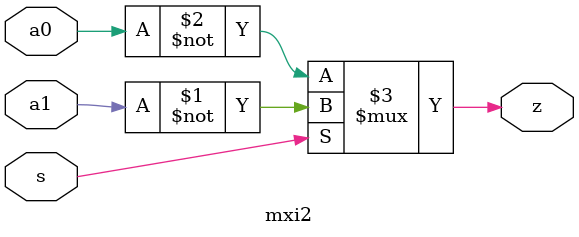
<source format=v>
`include "defs.v"

module mxi2
(
	output	z,
	input		a0,
	input		a1,
	input		s
);

assign z = (s) ? ~a1 : ~a0;

endmodule

</source>
